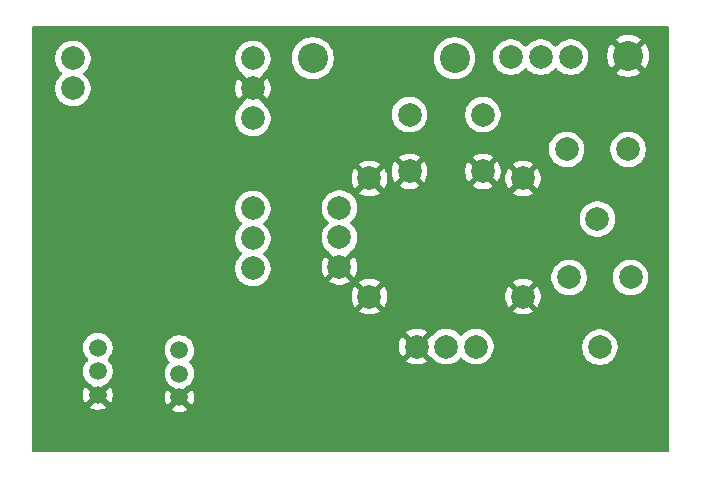
<source format=gbr>
%TF.GenerationSoftware,KiCad,Pcbnew,9.0.0*%
%TF.CreationDate,2025-03-09T11:13:04+01:00*%
%TF.ProjectId,telecommande,74656c65-636f-46d6-9d61-6e64652e6b69,rev?*%
%TF.SameCoordinates,Original*%
%TF.FileFunction,Copper,L2,Bot*%
%TF.FilePolarity,Positive*%
%FSLAX46Y46*%
G04 Gerber Fmt 4.6, Leading zero omitted, Abs format (unit mm)*
G04 Created by KiCad (PCBNEW 9.0.0) date 2025-03-09 11:13:04*
%MOMM*%
%LPD*%
G01*
G04 APERTURE LIST*
%TA.AperFunction,ComponentPad*%
%ADD10C,1.500000*%
%TD*%
%TA.AperFunction,ComponentPad*%
%ADD11C,2.540000*%
%TD*%
%TA.AperFunction,ComponentPad*%
%ADD12C,2.000000*%
%TD*%
G04 APERTURE END LIST*
D10*
%TO.P,D1,1,DIN*%
%TO.N,Net-(D1-DIN)*%
X86000000Y-102900000D03*
%TO.P,D1,2,VCC*%
%TO.N,+5V*%
X86000000Y-104900000D03*
%TO.P,D1,3,GND*%
%TO.N,GND*%
X86000000Y-106900000D03*
%TD*%
%TO.P,D2,1,DIN*%
%TO.N,Net-(D2-DIN)*%
X79100000Y-102700000D03*
%TO.P,D2,2,VCC*%
%TO.N,+5V*%
X79100000Y-104700000D03*
%TO.P,D2,3,GND*%
%TO.N,GND*%
X79100000Y-106700000D03*
%TD*%
D11*
%TO.P,J1,1,Pin_1*%
%TO.N,GND*%
X124000000Y-78000000D03*
%TD*%
D12*
%TO.P,SW1,1,A*%
%TO.N,Net-(SW1-A)*%
X114060000Y-78100000D03*
%TO.P,SW1,2,B*%
%TO.N,+BATT*%
X116600000Y-78100000D03*
%TO.P,SW1,3,C*%
X119140000Y-78100000D03*
%TD*%
%TO.P,RV2,1*%
%TO.N,unconnected-(RV2-Pad1)*%
X124000000Y-85900000D03*
%TO.P,RV2,2*%
%TO.N,+3.3V*%
X118800000Y-85900000D03*
%TO.P,RV2,3*%
%TO.N,Net-(RV2-Pad3)*%
X121400000Y-91800000D03*
%TD*%
%TO.P,RV1,1*%
%TO.N,+3.3V*%
X124200000Y-96750000D03*
%TO.P,RV1,2*%
%TO.N,unconnected-(RV1-Pad2)*%
X119000000Y-96750000D03*
%TO.P,RV1,3*%
%TO.N,Net-(RV1-Pad3)*%
X121600000Y-102650000D03*
%TD*%
%TO.P,U1,1,5V*%
%TO.N,+5V*%
X92220000Y-78210000D03*
%TO.P,U1,2,GND*%
%TO.N,GND*%
X92220000Y-80750000D03*
%TO.P,U1,3,3.3V*%
%TO.N,+3.3V*%
X92220000Y-83290000D03*
%TO.P,U1,6,GPIO2*%
%TO.N,Net-(U1-GPIO2)*%
X92220000Y-90910000D03*
%TO.P,U1,7,GPIO1*%
%TO.N,Net-(U1-GPIO1)*%
X92220000Y-93450000D03*
%TO.P,U1,8,GPIO0*%
%TO.N,Net-(U1-GPIO0)*%
X92220000Y-95990000D03*
%TO.P,U1,9,GPIO5*%
%TO.N,Net-(D1-DIN)*%
X76980000Y-78210000D03*
%TO.P,U1,10,GPIO6*%
%TO.N,Net-(D2-DIN)*%
X76980000Y-80750000D03*
%TD*%
%TO.P,U2,1*%
%TO.N,Net-(RV2-Pad3)*%
X99560000Y-90870000D03*
%TO.P,U2,2*%
%TO.N,Net-(U1-GPIO1)*%
X99560000Y-93370000D03*
%TO.P,U2,3*%
%TO.N,GND*%
X99560000Y-95870000D03*
%TO.P,U2,4*%
X106100000Y-102600000D03*
%TO.P,U2,5*%
%TO.N,Net-(U1-GPIO0)*%
X108600000Y-102600000D03*
%TO.P,U2,6*%
%TO.N,Net-(RV1-Pad3)*%
X111100000Y-102600000D03*
%TO.P,U2,7*%
%TO.N,GND*%
X111700000Y-87770000D03*
%TO.P,U2,8*%
X105500000Y-87770000D03*
%TO.P,U2,9*%
%TO.N,Net-(U1-GPIO2)*%
X111700000Y-82970000D03*
%TO.P,U2,10*%
X105500000Y-82970000D03*
%TO.P,U2,11,G1*%
%TO.N,GND*%
X102100000Y-98370000D03*
%TO.P,U2,12,G2*%
X115100000Y-98370000D03*
%TO.P,U2,13,G3*%
X102100000Y-88370000D03*
%TO.P,U2,14,G4*%
X115100000Y-88370000D03*
%TD*%
D11*
%TO.P,D3,1*%
%TO.N,Net-(SW1-A)*%
X109300000Y-78190000D03*
%TO.P,D3,2*%
%TO.N,+5V*%
X97300000Y-78190000D03*
%TD*%
%TA.AperFunction,Conductor*%
%TO.N,GND*%
G36*
X127442539Y-75520185D02*
G01*
X127488294Y-75572989D01*
X127499500Y-75624500D01*
X127499500Y-111375500D01*
X127479815Y-111442539D01*
X127427011Y-111488294D01*
X127375500Y-111499500D01*
X73624500Y-111499500D01*
X73557461Y-111479815D01*
X73511706Y-111427011D01*
X73500500Y-111375500D01*
X73500500Y-102601577D01*
X77849500Y-102601577D01*
X77849500Y-102798422D01*
X77880290Y-102992826D01*
X77941117Y-103180029D01*
X78030476Y-103355405D01*
X78146172Y-103514646D01*
X78146174Y-103514648D01*
X78243845Y-103612319D01*
X78277330Y-103673642D01*
X78272346Y-103743334D01*
X78243845Y-103787681D01*
X78146174Y-103885351D01*
X78146174Y-103885352D01*
X78146172Y-103885354D01*
X78111306Y-103933343D01*
X78030476Y-104044594D01*
X77941117Y-104219970D01*
X77880290Y-104407173D01*
X77849500Y-104601577D01*
X77849500Y-104798422D01*
X77880290Y-104992826D01*
X77941117Y-105180029D01*
X78030476Y-105355405D01*
X78146172Y-105514646D01*
X78285354Y-105653828D01*
X78369064Y-105714647D01*
X78444596Y-105769525D01*
X78514081Y-105804929D01*
X78587108Y-105842137D01*
X78618493Y-105864940D01*
X79053554Y-106300000D01*
X79047339Y-106300000D01*
X78945606Y-106327259D01*
X78854394Y-106379920D01*
X78779920Y-106454394D01*
X78727259Y-106545606D01*
X78700000Y-106647339D01*
X78700000Y-106653552D01*
X78056320Y-106009872D01*
X78056320Y-106009873D01*
X78030902Y-106044859D01*
X78030899Y-106044863D01*
X77941582Y-106220161D01*
X77880778Y-106407294D01*
X77850000Y-106601617D01*
X77850000Y-106798382D01*
X77880778Y-106992705D01*
X77941581Y-107179835D01*
X78030905Y-107355145D01*
X78056319Y-107390125D01*
X78056320Y-107390125D01*
X78700000Y-106746445D01*
X78700000Y-106752661D01*
X78727259Y-106854394D01*
X78779920Y-106945606D01*
X78854394Y-107020080D01*
X78945606Y-107072741D01*
X79047339Y-107100000D01*
X79053553Y-107100000D01*
X78409873Y-107743677D01*
X78409873Y-107743678D01*
X78444858Y-107769096D01*
X78620164Y-107858418D01*
X78807294Y-107919221D01*
X79001618Y-107950000D01*
X79198382Y-107950000D01*
X79392705Y-107919221D01*
X79579835Y-107858418D01*
X79722096Y-107785934D01*
X79722097Y-107785933D01*
X79755141Y-107769097D01*
X79790125Y-107743678D01*
X79790126Y-107743678D01*
X79146448Y-107100000D01*
X79152661Y-107100000D01*
X79254394Y-107072741D01*
X79345606Y-107020080D01*
X79420080Y-106945606D01*
X79472741Y-106854394D01*
X79500000Y-106752661D01*
X79500000Y-106746447D01*
X80143678Y-107390126D01*
X80143678Y-107390125D01*
X80169095Y-107355143D01*
X80258418Y-107179835D01*
X80319221Y-106992705D01*
X80350000Y-106798382D01*
X80350000Y-106601617D01*
X80319221Y-106407294D01*
X80258418Y-106220164D01*
X80169096Y-106044858D01*
X80143678Y-106009873D01*
X80143677Y-106009873D01*
X79500000Y-106653551D01*
X79500000Y-106647339D01*
X79472741Y-106545606D01*
X79420080Y-106454394D01*
X79345606Y-106379920D01*
X79254394Y-106327259D01*
X79152661Y-106300000D01*
X79146447Y-106300000D01*
X79581505Y-105864940D01*
X79612884Y-105842141D01*
X79755405Y-105769524D01*
X79914646Y-105653828D01*
X80053828Y-105514646D01*
X80169524Y-105355405D01*
X80258884Y-105180025D01*
X80319709Y-104992826D01*
X80350000Y-104801577D01*
X80350500Y-104798422D01*
X80350500Y-104601577D01*
X80319709Y-104407173D01*
X80291487Y-104320317D01*
X80258884Y-104219975D01*
X80258882Y-104219972D01*
X80258882Y-104219970D01*
X80197754Y-104100000D01*
X80169524Y-104044595D01*
X80053828Y-103885354D01*
X79956155Y-103787681D01*
X79922670Y-103726358D01*
X79927654Y-103656666D01*
X79956155Y-103612319D01*
X79998073Y-103570401D01*
X80053828Y-103514646D01*
X80169524Y-103355405D01*
X80258884Y-103180025D01*
X80319709Y-102992826D01*
X80326275Y-102951368D01*
X80350000Y-102801577D01*
X84749500Y-102801577D01*
X84749500Y-102998422D01*
X84780290Y-103192826D01*
X84841117Y-103380029D01*
X84929945Y-103554362D01*
X84930476Y-103555405D01*
X85046172Y-103714646D01*
X85046174Y-103714648D01*
X85143845Y-103812319D01*
X85177330Y-103873642D01*
X85172346Y-103943334D01*
X85143845Y-103987681D01*
X85046174Y-104085351D01*
X85046174Y-104085352D01*
X85046172Y-104085354D01*
X85035531Y-104100000D01*
X84930476Y-104244594D01*
X84841117Y-104419970D01*
X84780290Y-104607173D01*
X84749500Y-104801577D01*
X84749500Y-104998422D01*
X84780290Y-105192826D01*
X84841117Y-105380029D01*
X84909708Y-105514646D01*
X84930476Y-105555405D01*
X85046172Y-105714646D01*
X85185354Y-105853828D01*
X85276031Y-105919709D01*
X85344596Y-105969525D01*
X85414081Y-106004929D01*
X85487108Y-106042137D01*
X85518493Y-106064940D01*
X85953554Y-106500000D01*
X85947339Y-106500000D01*
X85845606Y-106527259D01*
X85754394Y-106579920D01*
X85679920Y-106654394D01*
X85627259Y-106745606D01*
X85600000Y-106847339D01*
X85600000Y-106853552D01*
X84956320Y-106209872D01*
X84956320Y-106209873D01*
X84930902Y-106244859D01*
X84930899Y-106244863D01*
X84841582Y-106420161D01*
X84780778Y-106607294D01*
X84750000Y-106801617D01*
X84750000Y-106998382D01*
X84780778Y-107192705D01*
X84841581Y-107379835D01*
X84930905Y-107555145D01*
X84956319Y-107590125D01*
X84956320Y-107590125D01*
X85600000Y-106946445D01*
X85600000Y-106952661D01*
X85627259Y-107054394D01*
X85679920Y-107145606D01*
X85754394Y-107220080D01*
X85845606Y-107272741D01*
X85947339Y-107300000D01*
X85953553Y-107300000D01*
X85309873Y-107943677D01*
X85309873Y-107943678D01*
X85344858Y-107969096D01*
X85520164Y-108058418D01*
X85707294Y-108119221D01*
X85901618Y-108150000D01*
X86098382Y-108150000D01*
X86292705Y-108119221D01*
X86479835Y-108058418D01*
X86655143Y-107969095D01*
X86690125Y-107943678D01*
X86690126Y-107943678D01*
X86046448Y-107300000D01*
X86052661Y-107300000D01*
X86154394Y-107272741D01*
X86245606Y-107220080D01*
X86320080Y-107145606D01*
X86372741Y-107054394D01*
X86400000Y-106952661D01*
X86400000Y-106946447D01*
X87043678Y-107590126D01*
X87043678Y-107590125D01*
X87069095Y-107555143D01*
X87158418Y-107379835D01*
X87219221Y-107192705D01*
X87250000Y-106998382D01*
X87250000Y-106801617D01*
X87219221Y-106607294D01*
X87158418Y-106420164D01*
X87069096Y-106244858D01*
X87043678Y-106209873D01*
X87043677Y-106209873D01*
X86400000Y-106853551D01*
X86400000Y-106847339D01*
X86372741Y-106745606D01*
X86320080Y-106654394D01*
X86245606Y-106579920D01*
X86154394Y-106527259D01*
X86052661Y-106500000D01*
X86046447Y-106500000D01*
X86481505Y-106064940D01*
X86512884Y-106042141D01*
X86655405Y-105969524D01*
X86814646Y-105853828D01*
X86953828Y-105714646D01*
X87069524Y-105555405D01*
X87158884Y-105380025D01*
X87219709Y-105192826D01*
X87221736Y-105180029D01*
X87250500Y-104998422D01*
X87250500Y-104801577D01*
X87219709Y-104607173D01*
X87158882Y-104419970D01*
X87069523Y-104244594D01*
X87051636Y-104219975D01*
X86953828Y-104085354D01*
X86856155Y-103987681D01*
X86852488Y-103980967D01*
X86846263Y-103976521D01*
X86835976Y-103950727D01*
X86822670Y-103926358D01*
X86823215Y-103918727D01*
X86820382Y-103911622D01*
X86825673Y-103884363D01*
X86827654Y-103856666D01*
X86832572Y-103848819D01*
X86833696Y-103843033D01*
X86851249Y-103819026D01*
X86854207Y-103814310D01*
X86855142Y-103813331D01*
X86953828Y-103714646D01*
X87069524Y-103555405D01*
X87158884Y-103380025D01*
X87219709Y-103192826D01*
X87221736Y-103180029D01*
X87250500Y-102998422D01*
X87250500Y-102801577D01*
X87226913Y-102652661D01*
X87219709Y-102607174D01*
X87219708Y-102607170D01*
X87219708Y-102607169D01*
X87189888Y-102515393D01*
X87179020Y-102481947D01*
X104600000Y-102481947D01*
X104600000Y-102718052D01*
X104636934Y-102951247D01*
X104709897Y-103175802D01*
X104817087Y-103386174D01*
X104877338Y-103469104D01*
X104877340Y-103469105D01*
X105700000Y-102646445D01*
X105700000Y-102652661D01*
X105727259Y-102754394D01*
X105779920Y-102845606D01*
X105854394Y-102920080D01*
X105945606Y-102972741D01*
X106047339Y-103000000D01*
X106053554Y-103000000D01*
X105230893Y-103822658D01*
X105313828Y-103882914D01*
X105524197Y-103990102D01*
X105748752Y-104063065D01*
X105748751Y-104063065D01*
X105981948Y-104100000D01*
X106218052Y-104100000D01*
X106451247Y-104063065D01*
X106675802Y-103990102D01*
X106886163Y-103882918D01*
X106886169Y-103882914D01*
X106969104Y-103822658D01*
X106969105Y-103822658D01*
X106146446Y-103000000D01*
X106152661Y-103000000D01*
X106254394Y-102972741D01*
X106345606Y-102920080D01*
X106420080Y-102845606D01*
X106472741Y-102754394D01*
X106500000Y-102652661D01*
X106500000Y-102646447D01*
X107329270Y-103475717D01*
X107372943Y-103484891D01*
X107414614Y-103521259D01*
X107455483Y-103577510D01*
X107622490Y-103744517D01*
X107813567Y-103883343D01*
X107869068Y-103911622D01*
X108024003Y-103990566D01*
X108024005Y-103990566D01*
X108024008Y-103990568D01*
X108144412Y-104029689D01*
X108248631Y-104063553D01*
X108481903Y-104100500D01*
X108481908Y-104100500D01*
X108718097Y-104100500D01*
X108951368Y-104063553D01*
X108952870Y-104063065D01*
X109175992Y-103990568D01*
X109386433Y-103883343D01*
X109577510Y-103744517D01*
X109744517Y-103577510D01*
X109749682Y-103570401D01*
X109805012Y-103527735D01*
X109874625Y-103521756D01*
X109936420Y-103554362D01*
X109950318Y-103570401D01*
X109955483Y-103577510D01*
X110122490Y-103744517D01*
X110313567Y-103883343D01*
X110369068Y-103911622D01*
X110524003Y-103990566D01*
X110524005Y-103990566D01*
X110524008Y-103990568D01*
X110644412Y-104029689D01*
X110748631Y-104063553D01*
X110981903Y-104100500D01*
X110981908Y-104100500D01*
X111218097Y-104100500D01*
X111451368Y-104063553D01*
X111452870Y-104063065D01*
X111675992Y-103990568D01*
X111886433Y-103883343D01*
X112077510Y-103744517D01*
X112244517Y-103577510D01*
X112383343Y-103386433D01*
X112490568Y-103175992D01*
X112563553Y-102951368D01*
X112563572Y-102951247D01*
X112600500Y-102718097D01*
X112600500Y-102531902D01*
X120099500Y-102531902D01*
X120099500Y-102768097D01*
X120136446Y-103001368D01*
X120209433Y-103225996D01*
X120314564Y-103432325D01*
X120316657Y-103436433D01*
X120455483Y-103627510D01*
X120622490Y-103794517D01*
X120813567Y-103933343D01*
X120898309Y-103976521D01*
X121024003Y-104040566D01*
X121024005Y-104040566D01*
X121024008Y-104040568D01*
X121144412Y-104079689D01*
X121248631Y-104113553D01*
X121481903Y-104150500D01*
X121481908Y-104150500D01*
X121718097Y-104150500D01*
X121951368Y-104113553D01*
X122175992Y-104040568D01*
X122386433Y-103933343D01*
X122577510Y-103794517D01*
X122744517Y-103627510D01*
X122883343Y-103436433D01*
X122990568Y-103225992D01*
X123063553Y-103001368D01*
X123076428Y-102920080D01*
X123100500Y-102768097D01*
X123100500Y-102531902D01*
X123063553Y-102298631D01*
X123029689Y-102194412D01*
X122990568Y-102074008D01*
X122990566Y-102074005D01*
X122990566Y-102074003D01*
X122883342Y-101863566D01*
X122744517Y-101672490D01*
X122577510Y-101505483D01*
X122386433Y-101366657D01*
X122175996Y-101259433D01*
X121951368Y-101186446D01*
X121718097Y-101149500D01*
X121718092Y-101149500D01*
X121481908Y-101149500D01*
X121481903Y-101149500D01*
X121248631Y-101186446D01*
X121024003Y-101259433D01*
X120813566Y-101366657D01*
X120704550Y-101445862D01*
X120622490Y-101505483D01*
X120622488Y-101505485D01*
X120622487Y-101505485D01*
X120455485Y-101672487D01*
X120455485Y-101672488D01*
X120455483Y-101672490D01*
X120419945Y-101721404D01*
X120316657Y-101863566D01*
X120209433Y-102074003D01*
X120136446Y-102298631D01*
X120099500Y-102531902D01*
X112600500Y-102531902D01*
X112600500Y-102481902D01*
X112563553Y-102248631D01*
X112529689Y-102144412D01*
X112490568Y-102024008D01*
X112490566Y-102024005D01*
X112490566Y-102024003D01*
X112408819Y-101863566D01*
X112383343Y-101813567D01*
X112244517Y-101622490D01*
X112077510Y-101455483D01*
X111886433Y-101316657D01*
X111675996Y-101209433D01*
X111451368Y-101136446D01*
X111218097Y-101099500D01*
X111218092Y-101099500D01*
X110981908Y-101099500D01*
X110981903Y-101099500D01*
X110748631Y-101136446D01*
X110524003Y-101209433D01*
X110313566Y-101316657D01*
X110244748Y-101366657D01*
X110122490Y-101455483D01*
X110122488Y-101455485D01*
X110122487Y-101455485D01*
X109955482Y-101622490D01*
X109950315Y-101629603D01*
X109894983Y-101672266D01*
X109825370Y-101678242D01*
X109763576Y-101645634D01*
X109749685Y-101629603D01*
X109744517Y-101622490D01*
X109577512Y-101455485D01*
X109577510Y-101455483D01*
X109386433Y-101316657D01*
X109175996Y-101209433D01*
X108951368Y-101136446D01*
X108718097Y-101099500D01*
X108718092Y-101099500D01*
X108481908Y-101099500D01*
X108481903Y-101099500D01*
X108248631Y-101136446D01*
X108024003Y-101209433D01*
X107813566Y-101316657D01*
X107744748Y-101366657D01*
X107622490Y-101455483D01*
X107622488Y-101455485D01*
X107622487Y-101455485D01*
X107455482Y-101622490D01*
X107414615Y-101678739D01*
X107359285Y-101721404D01*
X107327455Y-101726096D01*
X106500000Y-102553552D01*
X106500000Y-102547339D01*
X106472741Y-102445606D01*
X106420080Y-102354394D01*
X106345606Y-102279920D01*
X106254394Y-102227259D01*
X106152661Y-102200000D01*
X106146447Y-102200000D01*
X106969105Y-101377340D01*
X106969104Y-101377338D01*
X106886174Y-101317087D01*
X106675802Y-101209897D01*
X106451247Y-101136934D01*
X106451248Y-101136934D01*
X106218052Y-101100000D01*
X105981948Y-101100000D01*
X105748752Y-101136934D01*
X105524197Y-101209897D01*
X105313830Y-101317084D01*
X105230894Y-101377340D01*
X106053554Y-102200000D01*
X106047339Y-102200000D01*
X105945606Y-102227259D01*
X105854394Y-102279920D01*
X105779920Y-102354394D01*
X105727259Y-102445606D01*
X105700000Y-102547339D01*
X105700000Y-102553554D01*
X104877340Y-101730894D01*
X104817084Y-101813830D01*
X104709897Y-102024197D01*
X104636936Y-102248747D01*
X104636934Y-102248751D01*
X104600000Y-102481947D01*
X87179020Y-102481947D01*
X87158882Y-102419970D01*
X87097057Y-102298632D01*
X87069524Y-102244595D01*
X86953828Y-102085354D01*
X86814646Y-101946172D01*
X86655405Y-101830476D01*
X86480029Y-101741117D01*
X86292826Y-101680290D01*
X86098422Y-101649500D01*
X86098417Y-101649500D01*
X85901583Y-101649500D01*
X85901578Y-101649500D01*
X85707173Y-101680290D01*
X85519970Y-101741117D01*
X85344594Y-101830476D01*
X85299049Y-101863567D01*
X85185354Y-101946172D01*
X85185352Y-101946174D01*
X85185351Y-101946174D01*
X85046174Y-102085351D01*
X85046174Y-102085352D01*
X85046172Y-102085354D01*
X84996485Y-102153741D01*
X84930476Y-102244594D01*
X84841117Y-102419970D01*
X84780290Y-102607173D01*
X84749500Y-102801577D01*
X80350000Y-102801577D01*
X80350500Y-102798422D01*
X80350500Y-102601577D01*
X80319709Y-102407173D01*
X80268234Y-102248751D01*
X80258884Y-102219975D01*
X80258882Y-102219972D01*
X80258882Y-102219970D01*
X80211743Y-102127455D01*
X80169524Y-102044595D01*
X80053828Y-101885354D01*
X79914646Y-101746172D01*
X79755405Y-101630476D01*
X79753692Y-101629603D01*
X79580028Y-101541117D01*
X79392826Y-101480290D01*
X79198422Y-101449500D01*
X79198417Y-101449500D01*
X79001583Y-101449500D01*
X79001578Y-101449500D01*
X78807173Y-101480290D01*
X78619970Y-101541117D01*
X78444594Y-101630476D01*
X78386768Y-101672490D01*
X78285354Y-101746172D01*
X78285352Y-101746174D01*
X78285351Y-101746174D01*
X78146174Y-101885351D01*
X78146174Y-101885352D01*
X78146172Y-101885354D01*
X78101985Y-101946172D01*
X78030476Y-102044594D01*
X77941117Y-102219970D01*
X77880290Y-102407173D01*
X77849500Y-102601577D01*
X73500500Y-102601577D01*
X73500500Y-98251947D01*
X100600000Y-98251947D01*
X100600000Y-98488052D01*
X100636934Y-98721247D01*
X100709897Y-98945802D01*
X100817087Y-99156174D01*
X100877338Y-99239104D01*
X100877340Y-99239105D01*
X101576212Y-98540233D01*
X101587482Y-98582292D01*
X101659890Y-98707708D01*
X101762292Y-98810110D01*
X101887708Y-98882518D01*
X101929765Y-98893787D01*
X101230893Y-99592658D01*
X101313828Y-99652914D01*
X101524197Y-99760102D01*
X101748752Y-99833065D01*
X101748751Y-99833065D01*
X101981948Y-99870000D01*
X102218052Y-99870000D01*
X102451247Y-99833065D01*
X102675802Y-99760102D01*
X102886163Y-99652918D01*
X102886169Y-99652914D01*
X102969104Y-99592658D01*
X102969105Y-99592658D01*
X102270233Y-98893787D01*
X102312292Y-98882518D01*
X102437708Y-98810110D01*
X102540110Y-98707708D01*
X102612518Y-98582292D01*
X102623787Y-98540234D01*
X103322658Y-99239105D01*
X103322658Y-99239104D01*
X103382914Y-99156169D01*
X103382918Y-99156163D01*
X103490102Y-98945802D01*
X103563065Y-98721247D01*
X103600000Y-98488052D01*
X103600000Y-98251947D01*
X113600000Y-98251947D01*
X113600000Y-98488052D01*
X113636934Y-98721247D01*
X113709897Y-98945802D01*
X113817087Y-99156174D01*
X113877338Y-99239104D01*
X113877340Y-99239105D01*
X114576212Y-98540233D01*
X114587482Y-98582292D01*
X114659890Y-98707708D01*
X114762292Y-98810110D01*
X114887708Y-98882518D01*
X114929765Y-98893787D01*
X114230893Y-99592658D01*
X114313828Y-99652914D01*
X114524197Y-99760102D01*
X114748752Y-99833065D01*
X114748751Y-99833065D01*
X114981948Y-99870000D01*
X115218052Y-99870000D01*
X115451247Y-99833065D01*
X115675802Y-99760102D01*
X115886163Y-99652918D01*
X115886169Y-99652914D01*
X115969104Y-99592658D01*
X115969105Y-99592658D01*
X115270233Y-98893787D01*
X115312292Y-98882518D01*
X115437708Y-98810110D01*
X115540110Y-98707708D01*
X115612518Y-98582292D01*
X115623787Y-98540234D01*
X116322658Y-99239105D01*
X116322658Y-99239104D01*
X116382914Y-99156169D01*
X116382918Y-99156163D01*
X116490102Y-98945802D01*
X116563065Y-98721247D01*
X116600000Y-98488052D01*
X116600000Y-98251947D01*
X116563065Y-98018752D01*
X116490102Y-97794197D01*
X116382914Y-97583828D01*
X116322658Y-97500894D01*
X116322658Y-97500893D01*
X115623787Y-98199765D01*
X115612518Y-98157708D01*
X115540110Y-98032292D01*
X115437708Y-97929890D01*
X115312292Y-97857482D01*
X115270234Y-97846212D01*
X115969105Y-97147340D01*
X115969104Y-97147338D01*
X115886174Y-97087087D01*
X115675802Y-96979897D01*
X115451247Y-96906934D01*
X115451248Y-96906934D01*
X115218052Y-96870000D01*
X114981948Y-96870000D01*
X114748752Y-96906934D01*
X114524197Y-96979897D01*
X114313830Y-97087084D01*
X114230894Y-97147340D01*
X114929766Y-97846212D01*
X114887708Y-97857482D01*
X114762292Y-97929890D01*
X114659890Y-98032292D01*
X114587482Y-98157708D01*
X114576212Y-98199766D01*
X113877340Y-97500894D01*
X113817084Y-97583830D01*
X113709897Y-97794197D01*
X113636934Y-98018752D01*
X113600000Y-98251947D01*
X103600000Y-98251947D01*
X103563065Y-98018752D01*
X103490102Y-97794197D01*
X103382914Y-97583828D01*
X103322658Y-97500894D01*
X103322658Y-97500893D01*
X102623787Y-98199765D01*
X102612518Y-98157708D01*
X102540110Y-98032292D01*
X102437708Y-97929890D01*
X102312292Y-97857482D01*
X102270234Y-97846212D01*
X102969105Y-97147340D01*
X102969104Y-97147339D01*
X102886174Y-97087087D01*
X102675802Y-96979897D01*
X102451247Y-96906934D01*
X102451248Y-96906934D01*
X102218052Y-96870000D01*
X101981948Y-96870000D01*
X101748752Y-96906934D01*
X101524197Y-96979897D01*
X101313830Y-97087084D01*
X101230894Y-97147340D01*
X101929766Y-97846212D01*
X101887708Y-97857482D01*
X101762292Y-97929890D01*
X101659890Y-98032292D01*
X101587482Y-98157708D01*
X101576212Y-98199766D01*
X100877340Y-97500894D01*
X100817084Y-97583830D01*
X100709897Y-97794197D01*
X100636934Y-98018752D01*
X100600000Y-98251947D01*
X73500500Y-98251947D01*
X73500500Y-90791902D01*
X90719500Y-90791902D01*
X90719500Y-91028097D01*
X90756446Y-91261368D01*
X90829433Y-91485996D01*
X90898090Y-91620741D01*
X90936657Y-91696433D01*
X91075483Y-91887510D01*
X91242490Y-92054517D01*
X91277127Y-92079683D01*
X91319792Y-92135013D01*
X91325771Y-92204626D01*
X91293165Y-92266421D01*
X91277130Y-92280315D01*
X91259365Y-92293222D01*
X91242488Y-92305484D01*
X91075485Y-92472487D01*
X91075485Y-92472488D01*
X91075483Y-92472490D01*
X91015862Y-92554550D01*
X90936657Y-92663566D01*
X90829433Y-92874003D01*
X90756446Y-93098631D01*
X90719500Y-93331902D01*
X90719500Y-93568097D01*
X90756446Y-93801368D01*
X90829433Y-94025996D01*
X90895895Y-94156433D01*
X90936657Y-94236433D01*
X91075483Y-94427510D01*
X91242490Y-94594517D01*
X91277127Y-94619683D01*
X91319792Y-94675013D01*
X91325771Y-94744626D01*
X91293165Y-94806421D01*
X91277130Y-94820315D01*
X91259365Y-94833222D01*
X91242488Y-94845484D01*
X91075485Y-95012487D01*
X91075485Y-95012488D01*
X91075483Y-95012490D01*
X91023653Y-95083828D01*
X90936657Y-95203566D01*
X90829433Y-95414003D01*
X90756446Y-95638631D01*
X90719500Y-95871902D01*
X90719500Y-96108097D01*
X90756446Y-96341368D01*
X90829433Y-96565996D01*
X90917637Y-96739104D01*
X90936657Y-96776433D01*
X91075483Y-96967510D01*
X91242490Y-97134517D01*
X91433567Y-97273343D01*
X91532991Y-97324002D01*
X91644003Y-97380566D01*
X91644005Y-97380566D01*
X91644008Y-97380568D01*
X91764412Y-97419689D01*
X91868631Y-97453553D01*
X92101903Y-97490500D01*
X92101908Y-97490500D01*
X92338097Y-97490500D01*
X92571368Y-97453553D01*
X92795992Y-97380568D01*
X93006433Y-97273343D01*
X93197510Y-97134517D01*
X93364517Y-96967510D01*
X93503343Y-96776433D01*
X93610568Y-96565992D01*
X93683553Y-96341368D01*
X93720500Y-96108097D01*
X93720500Y-95871903D01*
X93703801Y-95766474D01*
X93703801Y-95766473D01*
X93695744Y-95715606D01*
X93683553Y-95638632D01*
X93610568Y-95414008D01*
X93610566Y-95414005D01*
X93610566Y-95414003D01*
X93503342Y-95203566D01*
X93364517Y-95012490D01*
X93197510Y-94845483D01*
X93162872Y-94820317D01*
X93120207Y-94764989D01*
X93114228Y-94695375D01*
X93146833Y-94633580D01*
X93162873Y-94619682D01*
X93197510Y-94594517D01*
X93364517Y-94427510D01*
X93503343Y-94236433D01*
X93610568Y-94025992D01*
X93683553Y-93801368D01*
X93696224Y-93721368D01*
X93720500Y-93568097D01*
X93720500Y-93331902D01*
X93683553Y-93098631D01*
X93610566Y-92874003D01*
X93503342Y-92663566D01*
X93364517Y-92472490D01*
X93197510Y-92305483D01*
X93162872Y-92280317D01*
X93120207Y-92224989D01*
X93114228Y-92155375D01*
X93146833Y-92093580D01*
X93162873Y-92079682D01*
X93169294Y-92075017D01*
X93197510Y-92054517D01*
X93364517Y-91887510D01*
X93503343Y-91696433D01*
X93610568Y-91485992D01*
X93683553Y-91261368D01*
X93689888Y-91221368D01*
X93720500Y-91028097D01*
X93720500Y-90791903D01*
X93716466Y-90766435D01*
X93716466Y-90766434D01*
X93714164Y-90751902D01*
X98059500Y-90751902D01*
X98059500Y-90988097D01*
X98096446Y-91221368D01*
X98169433Y-91445996D01*
X98258471Y-91620741D01*
X98276657Y-91656433D01*
X98415483Y-91847510D01*
X98415485Y-91847512D01*
X98582490Y-92014517D01*
X98589603Y-92019685D01*
X98632266Y-92075017D01*
X98638242Y-92144630D01*
X98605634Y-92206424D01*
X98589603Y-92220315D01*
X98582490Y-92225482D01*
X98415485Y-92392487D01*
X98415485Y-92392488D01*
X98415483Y-92392490D01*
X98357362Y-92472487D01*
X98276657Y-92583566D01*
X98169433Y-92794003D01*
X98096446Y-93018631D01*
X98059500Y-93251902D01*
X98059500Y-93488097D01*
X98096446Y-93721368D01*
X98169433Y-93945996D01*
X98276657Y-94156433D01*
X98415483Y-94347510D01*
X98582490Y-94514517D01*
X98638739Y-94555384D01*
X98681403Y-94610713D01*
X98686095Y-94642542D01*
X99513554Y-95470000D01*
X99507339Y-95470000D01*
X99405606Y-95497259D01*
X99314394Y-95549920D01*
X99239920Y-95624394D01*
X99187259Y-95715606D01*
X99160000Y-95817339D01*
X99160000Y-95823554D01*
X98337340Y-95000894D01*
X98277084Y-95083830D01*
X98169897Y-95294197D01*
X98096934Y-95518752D01*
X98060000Y-95751947D01*
X98060000Y-95988052D01*
X98096934Y-96221247D01*
X98169897Y-96445802D01*
X98277087Y-96656174D01*
X98337338Y-96739104D01*
X98337340Y-96739105D01*
X99160000Y-95916445D01*
X99160000Y-95922661D01*
X99187259Y-96024394D01*
X99239920Y-96115606D01*
X99314394Y-96190080D01*
X99405606Y-96242741D01*
X99507339Y-96270000D01*
X99513554Y-96270000D01*
X98690893Y-97092658D01*
X98773828Y-97152914D01*
X98984197Y-97260102D01*
X99208752Y-97333065D01*
X99208751Y-97333065D01*
X99441948Y-97370000D01*
X99678052Y-97370000D01*
X99911247Y-97333065D01*
X100135802Y-97260102D01*
X100346163Y-97152918D01*
X100346169Y-97152914D01*
X100426872Y-97094281D01*
X100429104Y-97092658D01*
X100429105Y-97092658D01*
X99606446Y-96270000D01*
X99612661Y-96270000D01*
X99714394Y-96242741D01*
X99805606Y-96190080D01*
X99880080Y-96115606D01*
X99932741Y-96024394D01*
X99960000Y-95922661D01*
X99960000Y-95916447D01*
X100782658Y-96739105D01*
X100782658Y-96739104D01*
X100842914Y-96656169D01*
X100842918Y-96656163D01*
X100855280Y-96631902D01*
X117499500Y-96631902D01*
X117499500Y-96868097D01*
X117536446Y-97101368D01*
X117609433Y-97325996D01*
X117693253Y-97490500D01*
X117716657Y-97536433D01*
X117855483Y-97727510D01*
X118022490Y-97894517D01*
X118213567Y-98033343D01*
X118312991Y-98084002D01*
X118424003Y-98140566D01*
X118424005Y-98140566D01*
X118424008Y-98140568D01*
X118544412Y-98179689D01*
X118648631Y-98213553D01*
X118881903Y-98250500D01*
X118881908Y-98250500D01*
X119118097Y-98250500D01*
X119351368Y-98213553D01*
X119575992Y-98140568D01*
X119786433Y-98033343D01*
X119977510Y-97894517D01*
X120144517Y-97727510D01*
X120283343Y-97536433D01*
X120390568Y-97325992D01*
X120463553Y-97101368D01*
X120484754Y-96967510D01*
X120500500Y-96868097D01*
X120500500Y-96631902D01*
X122699500Y-96631902D01*
X122699500Y-96868097D01*
X122736446Y-97101368D01*
X122809433Y-97325996D01*
X122893253Y-97490500D01*
X122916657Y-97536433D01*
X123055483Y-97727510D01*
X123222490Y-97894517D01*
X123413567Y-98033343D01*
X123512991Y-98084002D01*
X123624003Y-98140566D01*
X123624005Y-98140566D01*
X123624008Y-98140568D01*
X123744412Y-98179689D01*
X123848631Y-98213553D01*
X124081903Y-98250500D01*
X124081908Y-98250500D01*
X124318097Y-98250500D01*
X124551368Y-98213553D01*
X124775992Y-98140568D01*
X124986433Y-98033343D01*
X125177510Y-97894517D01*
X125344517Y-97727510D01*
X125483343Y-97536433D01*
X125590568Y-97325992D01*
X125663553Y-97101368D01*
X125684754Y-96967510D01*
X125700500Y-96868097D01*
X125700500Y-96631902D01*
X125663553Y-96398631D01*
X125612901Y-96242741D01*
X125590568Y-96174008D01*
X125590566Y-96174005D01*
X125590566Y-96174003D01*
X125514336Y-96024394D01*
X125483343Y-95963567D01*
X125344517Y-95772490D01*
X125177510Y-95605483D01*
X124986433Y-95466657D01*
X124775996Y-95359433D01*
X124551368Y-95286446D01*
X124318097Y-95249500D01*
X124318092Y-95249500D01*
X124081908Y-95249500D01*
X124081903Y-95249500D01*
X123848631Y-95286446D01*
X123624003Y-95359433D01*
X123413566Y-95466657D01*
X123304550Y-95545862D01*
X123222490Y-95605483D01*
X123222488Y-95605485D01*
X123222487Y-95605485D01*
X123055485Y-95772487D01*
X123055485Y-95772488D01*
X123055483Y-95772490D01*
X123022898Y-95817339D01*
X122916657Y-95963566D01*
X122809433Y-96174003D01*
X122736446Y-96398631D01*
X122699500Y-96631902D01*
X120500500Y-96631902D01*
X120463553Y-96398631D01*
X120412901Y-96242741D01*
X120390568Y-96174008D01*
X120390566Y-96174005D01*
X120390566Y-96174003D01*
X120314336Y-96024394D01*
X120283343Y-95963567D01*
X120144517Y-95772490D01*
X119977510Y-95605483D01*
X119786433Y-95466657D01*
X119575996Y-95359433D01*
X119351368Y-95286446D01*
X119118097Y-95249500D01*
X119118092Y-95249500D01*
X118881908Y-95249500D01*
X118881903Y-95249500D01*
X118648631Y-95286446D01*
X118424003Y-95359433D01*
X118213566Y-95466657D01*
X118104550Y-95545862D01*
X118022490Y-95605483D01*
X118022488Y-95605485D01*
X118022487Y-95605485D01*
X117855485Y-95772487D01*
X117855485Y-95772488D01*
X117855483Y-95772490D01*
X117822898Y-95817339D01*
X117716657Y-95963566D01*
X117609433Y-96174003D01*
X117536446Y-96398631D01*
X117499500Y-96631902D01*
X100855280Y-96631902D01*
X100886444Y-96570741D01*
X100950102Y-96445802D01*
X101023065Y-96221247D01*
X101060000Y-95988052D01*
X101060000Y-95751947D01*
X101023065Y-95518752D01*
X100950102Y-95294197D01*
X100842914Y-95083828D01*
X100782658Y-95000894D01*
X100782658Y-95000893D01*
X99960000Y-95823552D01*
X99960000Y-95817339D01*
X99932741Y-95715606D01*
X99880080Y-95624394D01*
X99805606Y-95549920D01*
X99714394Y-95497259D01*
X99612661Y-95470000D01*
X99606447Y-95470000D01*
X100435716Y-94640729D01*
X100444891Y-94597054D01*
X100481257Y-94555386D01*
X100537510Y-94514517D01*
X100704517Y-94347510D01*
X100843343Y-94156433D01*
X100950568Y-93945992D01*
X101023553Y-93721368D01*
X101047829Y-93568097D01*
X101060500Y-93488097D01*
X101060500Y-93251902D01*
X101023553Y-93018631D01*
X100950566Y-92794003D01*
X100884105Y-92663567D01*
X100843343Y-92583567D01*
X100704517Y-92392490D01*
X100537510Y-92225483D01*
X100530401Y-92220318D01*
X100487735Y-92164988D01*
X100481756Y-92095375D01*
X100514362Y-92033580D01*
X100530401Y-92019682D01*
X100530500Y-92019609D01*
X100537510Y-92014517D01*
X100704517Y-91847510D01*
X100824839Y-91681902D01*
X119899500Y-91681902D01*
X119899500Y-91918097D01*
X119936446Y-92151368D01*
X120009433Y-92375996D01*
X120058599Y-92472488D01*
X120116657Y-92586433D01*
X120255483Y-92777510D01*
X120422490Y-92944517D01*
X120613567Y-93083343D01*
X120712991Y-93134002D01*
X120824003Y-93190566D01*
X120824005Y-93190566D01*
X120824008Y-93190568D01*
X120944412Y-93229689D01*
X121048631Y-93263553D01*
X121281903Y-93300500D01*
X121281908Y-93300500D01*
X121518097Y-93300500D01*
X121751368Y-93263553D01*
X121975992Y-93190568D01*
X122186433Y-93083343D01*
X122377510Y-92944517D01*
X122544517Y-92777510D01*
X122683343Y-92586433D01*
X122790568Y-92375992D01*
X122863553Y-92151368D01*
X122868521Y-92120000D01*
X122900500Y-91918097D01*
X122900500Y-91681902D01*
X122863553Y-91448631D01*
X122790566Y-91224003D01*
X122690746Y-91028097D01*
X122683343Y-91013567D01*
X122544517Y-90822490D01*
X122377510Y-90655483D01*
X122186433Y-90516657D01*
X121975996Y-90409433D01*
X121751368Y-90336446D01*
X121518097Y-90299500D01*
X121518092Y-90299500D01*
X121281908Y-90299500D01*
X121281903Y-90299500D01*
X121048631Y-90336446D01*
X120824003Y-90409433D01*
X120613566Y-90516657D01*
X120504550Y-90595862D01*
X120422490Y-90655483D01*
X120422488Y-90655485D01*
X120422487Y-90655485D01*
X120255485Y-90822487D01*
X120255485Y-90822488D01*
X120255483Y-90822490D01*
X120195862Y-90904550D01*
X120116657Y-91013566D01*
X120009433Y-91224003D01*
X119936446Y-91448631D01*
X119899500Y-91681902D01*
X100824839Y-91681902D01*
X100843343Y-91656433D01*
X100950568Y-91445992D01*
X101023553Y-91221368D01*
X101060500Y-90988097D01*
X101060500Y-90751902D01*
X101023553Y-90518631D01*
X100950566Y-90294003D01*
X100843342Y-90083566D01*
X100704517Y-89892490D01*
X100537510Y-89725483D01*
X100346433Y-89586657D01*
X100135996Y-89479433D01*
X99911368Y-89406446D01*
X99678097Y-89369500D01*
X99678092Y-89369500D01*
X99441908Y-89369500D01*
X99441903Y-89369500D01*
X99208631Y-89406446D01*
X98984003Y-89479433D01*
X98773566Y-89586657D01*
X98692278Y-89645717D01*
X98582490Y-89725483D01*
X98582488Y-89725485D01*
X98582487Y-89725485D01*
X98415485Y-89892487D01*
X98415485Y-89892488D01*
X98415483Y-89892490D01*
X98386423Y-89932488D01*
X98276657Y-90083566D01*
X98169433Y-90294003D01*
X98096446Y-90518631D01*
X98059500Y-90751902D01*
X93714164Y-90751902D01*
X93683553Y-90558631D01*
X93610566Y-90334003D01*
X93503342Y-90123566D01*
X93474280Y-90083566D01*
X93364517Y-89932490D01*
X93197510Y-89765483D01*
X93006433Y-89626657D01*
X92795996Y-89519433D01*
X92571368Y-89446446D01*
X92338097Y-89409500D01*
X92338092Y-89409500D01*
X92101908Y-89409500D01*
X92101903Y-89409500D01*
X91868631Y-89446446D01*
X91644003Y-89519433D01*
X91433566Y-89626657D01*
X91324550Y-89705862D01*
X91242490Y-89765483D01*
X91242488Y-89765485D01*
X91242487Y-89765485D01*
X91075485Y-89932487D01*
X91075485Y-89932488D01*
X91075483Y-89932490D01*
X91015862Y-90014550D01*
X90936657Y-90123566D01*
X90829433Y-90334003D01*
X90756446Y-90558631D01*
X90719500Y-90791902D01*
X73500500Y-90791902D01*
X73500500Y-88251947D01*
X100600000Y-88251947D01*
X100600000Y-88488052D01*
X100636934Y-88721247D01*
X100709897Y-88945802D01*
X100817087Y-89156174D01*
X100877338Y-89239104D01*
X100877340Y-89239105D01*
X101576212Y-88540233D01*
X101587482Y-88582292D01*
X101659890Y-88707708D01*
X101762292Y-88810110D01*
X101887708Y-88882518D01*
X101929765Y-88893787D01*
X101230893Y-89592658D01*
X101313828Y-89652914D01*
X101524197Y-89760102D01*
X101748752Y-89833065D01*
X101748751Y-89833065D01*
X101981948Y-89870000D01*
X102218052Y-89870000D01*
X102451247Y-89833065D01*
X102675802Y-89760102D01*
X102886163Y-89652918D01*
X102886169Y-89652914D01*
X102969104Y-89592658D01*
X102969105Y-89592658D01*
X102270233Y-88893787D01*
X102312292Y-88882518D01*
X102437708Y-88810110D01*
X102540110Y-88707708D01*
X102612518Y-88582292D01*
X102623787Y-88540234D01*
X103322658Y-89239105D01*
X103322658Y-89239104D01*
X103382914Y-89156169D01*
X103382918Y-89156163D01*
X103490102Y-88945802D01*
X103502684Y-88907081D01*
X103502684Y-88907080D01*
X103563065Y-88721245D01*
X103600000Y-88488052D01*
X103600000Y-88251947D01*
X103563065Y-88018752D01*
X103490102Y-87794197D01*
X103443824Y-87703370D01*
X103417623Y-87651947D01*
X104000000Y-87651947D01*
X104000000Y-87888052D01*
X104036934Y-88121247D01*
X104109897Y-88345802D01*
X104217087Y-88556174D01*
X104277338Y-88639104D01*
X104277340Y-88639105D01*
X105100000Y-87816445D01*
X105100000Y-87822661D01*
X105127259Y-87924394D01*
X105179920Y-88015606D01*
X105254394Y-88090080D01*
X105345606Y-88142741D01*
X105447339Y-88170000D01*
X105453554Y-88170000D01*
X104630893Y-88992658D01*
X104713828Y-89052914D01*
X104924197Y-89160102D01*
X105148752Y-89233065D01*
X105148751Y-89233065D01*
X105381948Y-89270000D01*
X105618052Y-89270000D01*
X105851247Y-89233065D01*
X106075802Y-89160102D01*
X106286163Y-89052918D01*
X106286169Y-89052914D01*
X106369104Y-88992658D01*
X106369105Y-88992658D01*
X105546446Y-88170000D01*
X105552661Y-88170000D01*
X105654394Y-88142741D01*
X105745606Y-88090080D01*
X105820080Y-88015606D01*
X105872741Y-87924394D01*
X105900000Y-87822661D01*
X105900000Y-87816447D01*
X106722658Y-88639105D01*
X106722658Y-88639104D01*
X106782914Y-88556169D01*
X106782918Y-88556163D01*
X106890102Y-88345802D01*
X106963065Y-88121247D01*
X107000000Y-87888052D01*
X107000000Y-87651947D01*
X110200000Y-87651947D01*
X110200000Y-87888052D01*
X110236934Y-88121247D01*
X110309897Y-88345802D01*
X110417087Y-88556174D01*
X110477338Y-88639104D01*
X110477340Y-88639105D01*
X111300000Y-87816445D01*
X111300000Y-87822661D01*
X111327259Y-87924394D01*
X111379920Y-88015606D01*
X111454394Y-88090080D01*
X111545606Y-88142741D01*
X111647339Y-88170000D01*
X111653554Y-88170000D01*
X110830893Y-88992658D01*
X110913828Y-89052914D01*
X111124197Y-89160102D01*
X111348752Y-89233065D01*
X111348751Y-89233065D01*
X111581948Y-89270000D01*
X111818052Y-89270000D01*
X112051247Y-89233065D01*
X112275802Y-89160102D01*
X112486163Y-89052918D01*
X112486169Y-89052914D01*
X112569104Y-88992658D01*
X112569105Y-88992658D01*
X111746446Y-88170000D01*
X111752661Y-88170000D01*
X111854394Y-88142741D01*
X111945606Y-88090080D01*
X112020080Y-88015606D01*
X112072741Y-87924394D01*
X112100000Y-87822661D01*
X112100000Y-87816446D01*
X112922658Y-88639105D01*
X112922658Y-88639104D01*
X112982914Y-88556169D01*
X112982918Y-88556163D01*
X113090102Y-88345802D01*
X113120598Y-88251947D01*
X113600000Y-88251947D01*
X113600000Y-88488052D01*
X113636934Y-88721247D01*
X113709897Y-88945802D01*
X113817087Y-89156174D01*
X113877338Y-89239104D01*
X113877340Y-89239105D01*
X114576212Y-88540233D01*
X114587482Y-88582292D01*
X114659890Y-88707708D01*
X114762292Y-88810110D01*
X114887708Y-88882518D01*
X114929765Y-88893787D01*
X114230893Y-89592658D01*
X114313828Y-89652914D01*
X114524197Y-89760102D01*
X114748752Y-89833065D01*
X114748751Y-89833065D01*
X114981948Y-89870000D01*
X115218052Y-89870000D01*
X115451247Y-89833065D01*
X115675802Y-89760102D01*
X115886163Y-89652918D01*
X115886169Y-89652914D01*
X115969104Y-89592658D01*
X115969105Y-89592658D01*
X115270233Y-88893787D01*
X115312292Y-88882518D01*
X115437708Y-88810110D01*
X115540110Y-88707708D01*
X115612518Y-88582292D01*
X115623787Y-88540234D01*
X116322658Y-89239105D01*
X116322658Y-89239104D01*
X116382914Y-89156169D01*
X116382918Y-89156163D01*
X116490102Y-88945802D01*
X116563065Y-88721247D01*
X116600000Y-88488052D01*
X116600000Y-88251947D01*
X116563065Y-88018752D01*
X116490102Y-87794197D01*
X116382914Y-87583828D01*
X116322658Y-87500894D01*
X116322658Y-87500893D01*
X115623787Y-88199765D01*
X115612518Y-88157708D01*
X115540110Y-88032292D01*
X115437708Y-87929890D01*
X115312292Y-87857482D01*
X115270234Y-87846212D01*
X115969105Y-87147340D01*
X115969104Y-87147338D01*
X115886174Y-87087087D01*
X115675802Y-86979897D01*
X115451247Y-86906934D01*
X115451248Y-86906934D01*
X115218052Y-86870000D01*
X114981948Y-86870000D01*
X114748752Y-86906934D01*
X114524197Y-86979897D01*
X114313830Y-87087084D01*
X114230894Y-87147340D01*
X114929766Y-87846212D01*
X114887708Y-87857482D01*
X114762292Y-87929890D01*
X114659890Y-88032292D01*
X114587482Y-88157708D01*
X114576212Y-88199766D01*
X113877340Y-87500894D01*
X113817084Y-87583830D01*
X113709897Y-87794197D01*
X113636934Y-88018752D01*
X113600000Y-88251947D01*
X113120598Y-88251947D01*
X113134632Y-88208757D01*
X113163065Y-88121247D01*
X113200000Y-87888052D01*
X113200000Y-87651947D01*
X113163065Y-87418751D01*
X113102684Y-87232917D01*
X113090102Y-87194195D01*
X112982914Y-86983828D01*
X112922658Y-86900894D01*
X112922658Y-86900893D01*
X112100000Y-87723552D01*
X112100000Y-87717339D01*
X112072741Y-87615606D01*
X112020080Y-87524394D01*
X111945606Y-87449920D01*
X111854394Y-87397259D01*
X111752661Y-87370000D01*
X111746447Y-87370000D01*
X112569105Y-86547340D01*
X112569104Y-86547338D01*
X112486174Y-86487087D01*
X112275802Y-86379897D01*
X112051247Y-86306934D01*
X112051248Y-86306934D01*
X111818052Y-86270000D01*
X111581948Y-86270000D01*
X111348752Y-86306934D01*
X111124197Y-86379897D01*
X110913830Y-86487084D01*
X110830894Y-86547340D01*
X111653554Y-87370000D01*
X111647339Y-87370000D01*
X111545606Y-87397259D01*
X111454394Y-87449920D01*
X111379920Y-87524394D01*
X111327259Y-87615606D01*
X111300000Y-87717339D01*
X111300000Y-87723554D01*
X110477340Y-86900894D01*
X110417084Y-86983830D01*
X110309897Y-87194197D01*
X110236934Y-87418752D01*
X110200000Y-87651947D01*
X107000000Y-87651947D01*
X106963065Y-87418752D01*
X106890102Y-87194197D01*
X106782914Y-86983828D01*
X106722658Y-86900894D01*
X106722658Y-86900893D01*
X105900000Y-87723552D01*
X105900000Y-87717339D01*
X105872741Y-87615606D01*
X105820080Y-87524394D01*
X105745606Y-87449920D01*
X105654394Y-87397259D01*
X105552661Y-87370000D01*
X105546447Y-87370000D01*
X106369105Y-86547340D01*
X106369104Y-86547339D01*
X106286174Y-86487087D01*
X106075802Y-86379897D01*
X105851247Y-86306934D01*
X105851248Y-86306934D01*
X105618052Y-86270000D01*
X105381948Y-86270000D01*
X105148752Y-86306934D01*
X104924197Y-86379897D01*
X104713830Y-86487084D01*
X104630894Y-86547340D01*
X105453554Y-87370000D01*
X105447339Y-87370000D01*
X105345606Y-87397259D01*
X105254394Y-87449920D01*
X105179920Y-87524394D01*
X105127259Y-87615606D01*
X105100000Y-87717339D01*
X105100000Y-87723554D01*
X104277340Y-86900894D01*
X104217084Y-86983830D01*
X104109897Y-87194197D01*
X104036934Y-87418752D01*
X104000000Y-87651947D01*
X103417623Y-87651947D01*
X103382914Y-87583828D01*
X103322658Y-87500894D01*
X103322658Y-87500893D01*
X102623787Y-88199765D01*
X102612518Y-88157708D01*
X102540110Y-88032292D01*
X102437708Y-87929890D01*
X102312292Y-87857482D01*
X102270234Y-87846212D01*
X102969105Y-87147340D01*
X102969104Y-87147338D01*
X102886174Y-87087087D01*
X102675802Y-86979897D01*
X102451247Y-86906934D01*
X102451248Y-86906934D01*
X102218052Y-86870000D01*
X101981948Y-86870000D01*
X101748752Y-86906934D01*
X101524197Y-86979897D01*
X101313830Y-87087084D01*
X101230894Y-87147340D01*
X101929766Y-87846212D01*
X101887708Y-87857482D01*
X101762292Y-87929890D01*
X101659890Y-88032292D01*
X101587482Y-88157708D01*
X101576212Y-88199766D01*
X100877340Y-87500894D01*
X100817084Y-87583830D01*
X100709897Y-87794197D01*
X100636934Y-88018752D01*
X100600000Y-88251947D01*
X73500500Y-88251947D01*
X73500500Y-85781902D01*
X117299500Y-85781902D01*
X117299500Y-86018097D01*
X117336446Y-86251368D01*
X117409433Y-86475996D01*
X117516657Y-86686433D01*
X117655483Y-86877510D01*
X117822490Y-87044517D01*
X118013567Y-87183343D01*
X118112991Y-87234002D01*
X118224003Y-87290566D01*
X118224005Y-87290566D01*
X118224008Y-87290568D01*
X118344412Y-87329689D01*
X118448631Y-87363553D01*
X118681903Y-87400500D01*
X118681908Y-87400500D01*
X118918097Y-87400500D01*
X119151368Y-87363553D01*
X119375992Y-87290568D01*
X119586433Y-87183343D01*
X119777510Y-87044517D01*
X119944517Y-86877510D01*
X120083343Y-86686433D01*
X120190568Y-86475992D01*
X120263553Y-86251368D01*
X120300500Y-86018097D01*
X120300500Y-85781902D01*
X122499500Y-85781902D01*
X122499500Y-86018097D01*
X122536446Y-86251368D01*
X122609433Y-86475996D01*
X122716657Y-86686433D01*
X122855483Y-86877510D01*
X123022490Y-87044517D01*
X123213567Y-87183343D01*
X123312991Y-87234002D01*
X123424003Y-87290566D01*
X123424005Y-87290566D01*
X123424008Y-87290568D01*
X123544412Y-87329689D01*
X123648631Y-87363553D01*
X123881903Y-87400500D01*
X123881908Y-87400500D01*
X124118097Y-87400500D01*
X124351368Y-87363553D01*
X124575992Y-87290568D01*
X124786433Y-87183343D01*
X124977510Y-87044517D01*
X125144517Y-86877510D01*
X125283343Y-86686433D01*
X125390568Y-86475992D01*
X125463553Y-86251368D01*
X125500500Y-86018097D01*
X125500500Y-85781902D01*
X125463553Y-85548631D01*
X125390566Y-85324003D01*
X125283342Y-85113566D01*
X125144517Y-84922490D01*
X124977510Y-84755483D01*
X124786433Y-84616657D01*
X124575996Y-84509433D01*
X124351368Y-84436446D01*
X124118097Y-84399500D01*
X124118092Y-84399500D01*
X123881908Y-84399500D01*
X123881903Y-84399500D01*
X123648631Y-84436446D01*
X123424003Y-84509433D01*
X123213566Y-84616657D01*
X123125604Y-84680566D01*
X123022490Y-84755483D01*
X123022488Y-84755485D01*
X123022487Y-84755485D01*
X122855485Y-84922487D01*
X122855485Y-84922488D01*
X122855483Y-84922490D01*
X122795862Y-85004550D01*
X122716657Y-85113566D01*
X122609433Y-85324003D01*
X122536446Y-85548631D01*
X122499500Y-85781902D01*
X120300500Y-85781902D01*
X120263553Y-85548631D01*
X120190566Y-85324003D01*
X120083342Y-85113566D01*
X119944517Y-84922490D01*
X119777510Y-84755483D01*
X119586433Y-84616657D01*
X119375996Y-84509433D01*
X119151368Y-84436446D01*
X118918097Y-84399500D01*
X118918092Y-84399500D01*
X118681908Y-84399500D01*
X118681903Y-84399500D01*
X118448631Y-84436446D01*
X118224003Y-84509433D01*
X118013566Y-84616657D01*
X117925604Y-84680566D01*
X117822490Y-84755483D01*
X117822488Y-84755485D01*
X117822487Y-84755485D01*
X117655485Y-84922487D01*
X117655485Y-84922488D01*
X117655483Y-84922490D01*
X117595862Y-85004550D01*
X117516657Y-85113566D01*
X117409433Y-85324003D01*
X117336446Y-85548631D01*
X117299500Y-85781902D01*
X73500500Y-85781902D01*
X73500500Y-78091902D01*
X75479500Y-78091902D01*
X75479500Y-78328097D01*
X75516446Y-78561368D01*
X75589433Y-78785996D01*
X75685606Y-78974745D01*
X75696657Y-78996433D01*
X75835483Y-79187510D01*
X76002490Y-79354517D01*
X76037127Y-79379683D01*
X76079792Y-79435013D01*
X76085771Y-79504626D01*
X76053165Y-79566421D01*
X76037130Y-79580315D01*
X76022607Y-79590867D01*
X76002488Y-79605484D01*
X75835485Y-79772487D01*
X75835485Y-79772488D01*
X75835483Y-79772490D01*
X75775862Y-79854550D01*
X75696657Y-79963566D01*
X75589433Y-80174003D01*
X75516446Y-80398631D01*
X75479500Y-80631902D01*
X75479500Y-80868097D01*
X75516446Y-81101368D01*
X75589433Y-81325996D01*
X75662553Y-81469500D01*
X75696657Y-81536433D01*
X75835483Y-81727510D01*
X76002490Y-81894517D01*
X76193567Y-82033343D01*
X76247421Y-82060783D01*
X76404003Y-82140566D01*
X76404005Y-82140566D01*
X76404008Y-82140568D01*
X76524412Y-82179689D01*
X76628631Y-82213553D01*
X76861903Y-82250500D01*
X76861908Y-82250500D01*
X77098097Y-82250500D01*
X77331368Y-82213553D01*
X77555992Y-82140568D01*
X77766433Y-82033343D01*
X77957510Y-81894517D01*
X78124517Y-81727510D01*
X78263343Y-81536433D01*
X78370568Y-81325992D01*
X78443553Y-81101368D01*
X78443572Y-81101247D01*
X78480500Y-80868097D01*
X78480500Y-80631902D01*
X78443553Y-80398631D01*
X78370566Y-80174003D01*
X78263477Y-79963830D01*
X78263343Y-79963567D01*
X78124517Y-79772490D01*
X77957510Y-79605483D01*
X77922872Y-79580317D01*
X77880207Y-79524989D01*
X77874228Y-79455375D01*
X77906833Y-79393580D01*
X77922873Y-79379682D01*
X77957510Y-79354517D01*
X78124517Y-79187510D01*
X78263343Y-78996433D01*
X78370568Y-78785992D01*
X78443553Y-78561368D01*
X78447547Y-78536149D01*
X78480500Y-78328097D01*
X78480500Y-78091902D01*
X90719500Y-78091902D01*
X90719500Y-78328097D01*
X90756446Y-78561368D01*
X90829433Y-78785996D01*
X90925606Y-78974745D01*
X90936657Y-78996433D01*
X91075483Y-79187510D01*
X91242490Y-79354517D01*
X91301716Y-79397547D01*
X91344381Y-79452875D01*
X91352448Y-79507593D01*
X91350893Y-79527340D01*
X92173554Y-80350000D01*
X92167339Y-80350000D01*
X92065606Y-80377259D01*
X91974394Y-80429920D01*
X91899920Y-80504394D01*
X91847259Y-80595606D01*
X91820000Y-80697339D01*
X91820000Y-80703554D01*
X90997340Y-79880894D01*
X90937084Y-79963830D01*
X90829897Y-80174197D01*
X90756934Y-80398752D01*
X90720000Y-80631947D01*
X90720000Y-80868052D01*
X90756934Y-81101247D01*
X90829897Y-81325802D01*
X90937087Y-81536174D01*
X90997338Y-81619104D01*
X90997340Y-81619105D01*
X91820000Y-80796445D01*
X91820000Y-80802661D01*
X91847259Y-80904394D01*
X91899920Y-80995606D01*
X91974394Y-81070080D01*
X92065606Y-81122741D01*
X92167339Y-81150000D01*
X92173554Y-81150000D01*
X91350893Y-81972658D01*
X91352448Y-81992405D01*
X91338084Y-82060783D01*
X91301717Y-82102451D01*
X91242490Y-82145482D01*
X91075485Y-82312487D01*
X91075485Y-82312488D01*
X91075483Y-82312490D01*
X91016260Y-82394003D01*
X90936657Y-82503566D01*
X90829433Y-82714003D01*
X90756446Y-82938631D01*
X90719500Y-83171902D01*
X90719500Y-83408097D01*
X90756446Y-83641368D01*
X90829433Y-83865996D01*
X90870968Y-83947512D01*
X90936657Y-84076433D01*
X91075483Y-84267510D01*
X91242490Y-84434517D01*
X91433567Y-84573343D01*
X91518576Y-84616657D01*
X91644003Y-84680566D01*
X91644005Y-84680566D01*
X91644008Y-84680568D01*
X91764412Y-84719689D01*
X91868631Y-84753553D01*
X92101903Y-84790500D01*
X92101908Y-84790500D01*
X92338097Y-84790500D01*
X92571368Y-84753553D01*
X92795992Y-84680568D01*
X93006433Y-84573343D01*
X93197510Y-84434517D01*
X93364517Y-84267510D01*
X93503343Y-84076433D01*
X93610568Y-83865992D01*
X93683553Y-83641368D01*
X93720500Y-83408097D01*
X93720500Y-83171902D01*
X93683553Y-82938631D01*
X93666242Y-82885355D01*
X93655372Y-82851902D01*
X103999500Y-82851902D01*
X103999500Y-83088097D01*
X104036446Y-83321368D01*
X104109433Y-83545996D01*
X104158028Y-83641368D01*
X104216657Y-83756433D01*
X104355483Y-83947510D01*
X104522490Y-84114517D01*
X104713567Y-84253343D01*
X104812991Y-84304002D01*
X104924003Y-84360566D01*
X104924005Y-84360566D01*
X104924008Y-84360568D01*
X105043828Y-84399500D01*
X105148631Y-84433553D01*
X105381903Y-84470500D01*
X105381908Y-84470500D01*
X105618097Y-84470500D01*
X105851368Y-84433553D01*
X106075992Y-84360568D01*
X106286433Y-84253343D01*
X106477510Y-84114517D01*
X106644517Y-83947510D01*
X106783343Y-83756433D01*
X106890568Y-83545992D01*
X106963553Y-83321368D01*
X106987226Y-83171902D01*
X107000500Y-83088097D01*
X107000500Y-82851902D01*
X110199500Y-82851902D01*
X110199500Y-83088097D01*
X110236446Y-83321368D01*
X110309433Y-83545996D01*
X110358028Y-83641368D01*
X110416657Y-83756433D01*
X110555483Y-83947510D01*
X110722490Y-84114517D01*
X110913567Y-84253343D01*
X111012991Y-84304002D01*
X111124003Y-84360566D01*
X111124005Y-84360566D01*
X111124008Y-84360568D01*
X111243828Y-84399500D01*
X111348631Y-84433553D01*
X111581903Y-84470500D01*
X111581908Y-84470500D01*
X111818097Y-84470500D01*
X112051368Y-84433553D01*
X112275992Y-84360568D01*
X112486433Y-84253343D01*
X112677510Y-84114517D01*
X112844517Y-83947510D01*
X112983343Y-83756433D01*
X113090568Y-83545992D01*
X113163553Y-83321368D01*
X113187226Y-83171902D01*
X113200500Y-83088097D01*
X113200500Y-82851902D01*
X113163553Y-82618631D01*
X113090566Y-82394003D01*
X113017447Y-82250500D01*
X112983343Y-82183567D01*
X112844517Y-81992490D01*
X112677510Y-81825483D01*
X112486433Y-81686657D01*
X112275996Y-81579433D01*
X112051368Y-81506446D01*
X111818097Y-81469500D01*
X111818092Y-81469500D01*
X111581908Y-81469500D01*
X111581903Y-81469500D01*
X111348631Y-81506446D01*
X111124003Y-81579433D01*
X110913566Y-81686657D01*
X110857336Y-81727511D01*
X110722490Y-81825483D01*
X110722488Y-81825485D01*
X110722487Y-81825485D01*
X110555485Y-81992487D01*
X110555485Y-81992488D01*
X110555483Y-81992490D01*
X110505865Y-82060783D01*
X110416657Y-82183566D01*
X110309433Y-82394003D01*
X110236446Y-82618631D01*
X110199500Y-82851902D01*
X107000500Y-82851902D01*
X106963553Y-82618631D01*
X106890566Y-82394003D01*
X106817447Y-82250500D01*
X106783343Y-82183567D01*
X106644517Y-81992490D01*
X106477510Y-81825483D01*
X106286433Y-81686657D01*
X106075996Y-81579433D01*
X105851368Y-81506446D01*
X105618097Y-81469500D01*
X105618092Y-81469500D01*
X105381908Y-81469500D01*
X105381903Y-81469500D01*
X105148631Y-81506446D01*
X104924003Y-81579433D01*
X104713566Y-81686657D01*
X104657336Y-81727511D01*
X104522490Y-81825483D01*
X104522488Y-81825485D01*
X104522487Y-81825485D01*
X104355485Y-81992487D01*
X104355485Y-81992488D01*
X104355483Y-81992490D01*
X104305865Y-82060783D01*
X104216657Y-82183566D01*
X104109433Y-82394003D01*
X104036446Y-82618631D01*
X103999500Y-82851902D01*
X93655372Y-82851902D01*
X93610568Y-82714008D01*
X93503343Y-82503567D01*
X93364517Y-82312490D01*
X93197510Y-82145483D01*
X93138282Y-82102451D01*
X93095617Y-82047122D01*
X93087550Y-81992404D01*
X93089104Y-81972657D01*
X92266446Y-81150000D01*
X92272661Y-81150000D01*
X92374394Y-81122741D01*
X92465606Y-81070080D01*
X92540080Y-80995606D01*
X92592741Y-80904394D01*
X92620000Y-80802661D01*
X92620000Y-80796447D01*
X93442658Y-81619105D01*
X93442658Y-81619104D01*
X93502914Y-81536169D01*
X93502918Y-81536163D01*
X93610102Y-81325802D01*
X93683065Y-81101247D01*
X93720000Y-80868052D01*
X93720000Y-80631947D01*
X93683065Y-80398752D01*
X93610102Y-80174197D01*
X93502914Y-79963828D01*
X93442658Y-79880894D01*
X93442658Y-79880893D01*
X92620000Y-80703552D01*
X92620000Y-80697339D01*
X92592741Y-80595606D01*
X92540080Y-80504394D01*
X92465606Y-80429920D01*
X92374394Y-80377259D01*
X92272661Y-80350000D01*
X92266447Y-80350000D01*
X93089105Y-79527340D01*
X93087551Y-79507594D01*
X93101915Y-79439216D01*
X93138284Y-79397547D01*
X93197510Y-79354517D01*
X93364517Y-79187510D01*
X93503343Y-78996433D01*
X93610568Y-78785992D01*
X93683553Y-78561368D01*
X93687547Y-78536149D01*
X93720500Y-78328097D01*
X93720500Y-78091905D01*
X93720086Y-78089291D01*
X93720086Y-78089289D01*
X93717656Y-78073947D01*
X95529500Y-78073947D01*
X95529500Y-78306052D01*
X95548632Y-78451368D01*
X95559794Y-78536149D01*
X95568909Y-78570167D01*
X95619862Y-78760328D01*
X95708677Y-78974745D01*
X95708685Y-78974762D01*
X95824720Y-79175743D01*
X95824721Y-79175745D01*
X95966009Y-79359875D01*
X95966015Y-79359882D01*
X96130117Y-79523984D01*
X96130124Y-79523990D01*
X96314254Y-79665278D01*
X96314256Y-79665279D01*
X96515237Y-79781314D01*
X96515240Y-79781315D01*
X96515248Y-79781320D01*
X96729670Y-79870137D01*
X96953851Y-79930206D01*
X97183955Y-79960500D01*
X97183962Y-79960500D01*
X97416038Y-79960500D01*
X97416045Y-79960500D01*
X97646149Y-79930206D01*
X97870330Y-79870137D01*
X98084752Y-79781320D01*
X98285748Y-79665276D01*
X98469877Y-79523989D01*
X98633989Y-79359877D01*
X98775276Y-79175748D01*
X98891320Y-78974752D01*
X98980137Y-78760330D01*
X99040206Y-78536149D01*
X99070500Y-78306045D01*
X99070500Y-78073955D01*
X99070499Y-78073947D01*
X107529500Y-78073947D01*
X107529500Y-78306052D01*
X107548632Y-78451368D01*
X107559794Y-78536149D01*
X107568909Y-78570167D01*
X107619862Y-78760328D01*
X107708677Y-78974745D01*
X107708685Y-78974762D01*
X107824720Y-79175743D01*
X107824721Y-79175745D01*
X107966009Y-79359875D01*
X107966015Y-79359882D01*
X108130117Y-79523984D01*
X108130124Y-79523990D01*
X108314254Y-79665278D01*
X108314256Y-79665279D01*
X108515237Y-79781314D01*
X108515240Y-79781315D01*
X108515248Y-79781320D01*
X108729670Y-79870137D01*
X108953851Y-79930206D01*
X109183955Y-79960500D01*
X109183962Y-79960500D01*
X109416038Y-79960500D01*
X109416045Y-79960500D01*
X109646149Y-79930206D01*
X109870330Y-79870137D01*
X110084752Y-79781320D01*
X110285748Y-79665276D01*
X110469877Y-79523989D01*
X110633989Y-79359877D01*
X110775276Y-79175748D01*
X110891320Y-78974752D01*
X110980137Y-78760330D01*
X111040206Y-78536149D01*
X111070500Y-78306045D01*
X111070500Y-78073955D01*
X111058381Y-77981902D01*
X112559500Y-77981902D01*
X112559500Y-78218097D01*
X112596446Y-78451368D01*
X112669433Y-78675996D01*
X112776657Y-78886433D01*
X112915483Y-79077510D01*
X113082490Y-79244517D01*
X113273567Y-79383343D01*
X113372991Y-79434002D01*
X113484003Y-79490566D01*
X113484005Y-79490566D01*
X113484008Y-79490568D01*
X113586852Y-79523984D01*
X113708631Y-79563553D01*
X113941903Y-79600500D01*
X113941908Y-79600500D01*
X114178097Y-79600500D01*
X114411368Y-79563553D01*
X114635992Y-79490568D01*
X114846433Y-79383343D01*
X115037510Y-79244517D01*
X115204517Y-79077510D01*
X115229682Y-79042872D01*
X115285011Y-79000207D01*
X115354625Y-78994228D01*
X115416420Y-79026833D01*
X115430315Y-79042870D01*
X115455483Y-79077510D01*
X115622490Y-79244517D01*
X115813567Y-79383343D01*
X115912991Y-79434002D01*
X116024003Y-79490566D01*
X116024005Y-79490566D01*
X116024008Y-79490568D01*
X116126852Y-79523984D01*
X116248631Y-79563553D01*
X116481903Y-79600500D01*
X116481908Y-79600500D01*
X116718097Y-79600500D01*
X116951368Y-79563553D01*
X117175992Y-79490568D01*
X117386433Y-79383343D01*
X117577510Y-79244517D01*
X117744517Y-79077510D01*
X117769682Y-79042872D01*
X117825011Y-79000207D01*
X117894625Y-78994228D01*
X117956420Y-79026833D01*
X117970315Y-79042870D01*
X117995483Y-79077510D01*
X118162490Y-79244517D01*
X118353567Y-79383343D01*
X118452991Y-79434002D01*
X118564003Y-79490566D01*
X118564005Y-79490566D01*
X118564008Y-79490568D01*
X118666852Y-79523984D01*
X118788631Y-79563553D01*
X119021903Y-79600500D01*
X119021908Y-79600500D01*
X119258097Y-79600500D01*
X119491368Y-79563553D01*
X119715992Y-79490568D01*
X119926433Y-79383343D01*
X120117510Y-79244517D01*
X120284517Y-79077510D01*
X120423343Y-78886433D01*
X120530568Y-78675992D01*
X120603553Y-78451368D01*
X120620233Y-78346053D01*
X120640500Y-78218097D01*
X120640500Y-77981902D01*
X120627421Y-77899327D01*
X120624992Y-77883994D01*
X122230000Y-77883994D01*
X122230000Y-78116005D01*
X122230001Y-78116022D01*
X122260283Y-78346040D01*
X122260286Y-78346053D01*
X122320336Y-78570167D01*
X122409124Y-78784521D01*
X122409132Y-78784538D01*
X122525136Y-78985461D01*
X122525142Y-78985469D01*
X122584117Y-79062327D01*
X123600000Y-78046445D01*
X123600000Y-78052661D01*
X123627259Y-78154394D01*
X123679920Y-78245606D01*
X123754394Y-78320080D01*
X123845606Y-78372741D01*
X123947339Y-78400000D01*
X123953554Y-78400000D01*
X122937671Y-79415881D01*
X123014530Y-79474857D01*
X123014538Y-79474863D01*
X123215461Y-79590867D01*
X123215478Y-79590875D01*
X123429832Y-79679663D01*
X123653946Y-79739713D01*
X123653959Y-79739716D01*
X123883977Y-79769998D01*
X123883995Y-79770000D01*
X124116005Y-79770000D01*
X124116022Y-79769998D01*
X124346040Y-79739716D01*
X124346053Y-79739713D01*
X124570167Y-79679663D01*
X124784521Y-79590875D01*
X124784538Y-79590867D01*
X124985475Y-79474855D01*
X125062327Y-79415883D01*
X125062327Y-79415880D01*
X124046446Y-78400000D01*
X124052661Y-78400000D01*
X124154394Y-78372741D01*
X124245606Y-78320080D01*
X124320080Y-78245606D01*
X124372741Y-78154394D01*
X124400000Y-78052661D01*
X124400000Y-78046447D01*
X125415880Y-79062327D01*
X125415883Y-79062327D01*
X125474855Y-78985475D01*
X125590867Y-78784538D01*
X125590875Y-78784521D01*
X125679663Y-78570167D01*
X125739713Y-78346053D01*
X125739716Y-78346040D01*
X125769998Y-78116022D01*
X125770000Y-78116005D01*
X125770000Y-77883994D01*
X125769998Y-77883977D01*
X125739716Y-77653959D01*
X125739713Y-77653946D01*
X125679663Y-77429832D01*
X125590875Y-77215478D01*
X125590867Y-77215461D01*
X125474863Y-77014538D01*
X125474857Y-77014530D01*
X125415881Y-76937671D01*
X124400000Y-77953552D01*
X124400000Y-77947339D01*
X124372741Y-77845606D01*
X124320080Y-77754394D01*
X124245606Y-77679920D01*
X124154394Y-77627259D01*
X124052661Y-77600000D01*
X124046447Y-77600000D01*
X125062327Y-76584117D01*
X124985469Y-76525142D01*
X124985461Y-76525136D01*
X124784538Y-76409132D01*
X124784521Y-76409124D01*
X124570167Y-76320336D01*
X124346053Y-76260286D01*
X124346040Y-76260283D01*
X124116022Y-76230001D01*
X124116005Y-76230000D01*
X123883995Y-76230000D01*
X123883977Y-76230001D01*
X123653959Y-76260283D01*
X123653946Y-76260286D01*
X123429832Y-76320336D01*
X123215478Y-76409124D01*
X123215461Y-76409132D01*
X123014541Y-76525134D01*
X123014533Y-76525140D01*
X122937671Y-76584116D01*
X122937671Y-76584117D01*
X123953554Y-77600000D01*
X123947339Y-77600000D01*
X123845606Y-77627259D01*
X123754394Y-77679920D01*
X123679920Y-77754394D01*
X123627259Y-77845606D01*
X123600000Y-77947339D01*
X123600000Y-77953553D01*
X122584117Y-76937671D01*
X122584116Y-76937671D01*
X122525140Y-77014533D01*
X122525134Y-77014541D01*
X122409132Y-77215461D01*
X122409124Y-77215478D01*
X122320336Y-77429832D01*
X122260286Y-77653946D01*
X122260283Y-77653959D01*
X122230001Y-77883977D01*
X122230000Y-77883994D01*
X120624992Y-77883994D01*
X120603553Y-77748631D01*
X120561651Y-77619671D01*
X120530568Y-77524008D01*
X120530566Y-77524005D01*
X120530566Y-77524003D01*
X120423342Y-77313566D01*
X120409999Y-77295201D01*
X120284517Y-77122490D01*
X120117510Y-76955483D01*
X119926433Y-76816657D01*
X119781000Y-76742555D01*
X119715996Y-76709433D01*
X119491368Y-76636446D01*
X119258097Y-76599500D01*
X119258092Y-76599500D01*
X119021908Y-76599500D01*
X119021903Y-76599500D01*
X118788631Y-76636446D01*
X118564003Y-76709433D01*
X118353566Y-76816657D01*
X118244550Y-76895862D01*
X118162490Y-76955483D01*
X118162488Y-76955485D01*
X118162487Y-76955485D01*
X117995484Y-77122488D01*
X117970318Y-77157127D01*
X117914987Y-77199792D01*
X117845374Y-77205771D01*
X117783579Y-77173165D01*
X117769682Y-77157127D01*
X117744517Y-77122490D01*
X117577510Y-76955483D01*
X117386433Y-76816657D01*
X117175996Y-76709433D01*
X116951368Y-76636446D01*
X116718097Y-76599500D01*
X116718092Y-76599500D01*
X116481908Y-76599500D01*
X116481903Y-76599500D01*
X116248631Y-76636446D01*
X116024003Y-76709433D01*
X115813566Y-76816657D01*
X115704550Y-76895862D01*
X115622490Y-76955483D01*
X115622488Y-76955485D01*
X115622487Y-76955485D01*
X115455484Y-77122488D01*
X115430318Y-77157127D01*
X115374987Y-77199792D01*
X115305374Y-77205771D01*
X115243579Y-77173165D01*
X115229682Y-77157127D01*
X115204517Y-77122490D01*
X115037510Y-76955483D01*
X114846433Y-76816657D01*
X114635996Y-76709433D01*
X114411368Y-76636446D01*
X114178097Y-76599500D01*
X114178092Y-76599500D01*
X113941908Y-76599500D01*
X113941903Y-76599500D01*
X113708631Y-76636446D01*
X113484003Y-76709433D01*
X113273566Y-76816657D01*
X113164550Y-76895862D01*
X113082490Y-76955483D01*
X113082488Y-76955485D01*
X113082487Y-76955485D01*
X112915485Y-77122487D01*
X112915485Y-77122488D01*
X112915483Y-77122490D01*
X112859320Y-77199792D01*
X112776657Y-77313566D01*
X112669433Y-77524003D01*
X112596446Y-77748631D01*
X112559500Y-77981902D01*
X111058381Y-77981902D01*
X111040206Y-77843851D01*
X110980137Y-77619670D01*
X110891320Y-77405248D01*
X110891314Y-77405237D01*
X110775279Y-77204256D01*
X110775278Y-77204254D01*
X110633990Y-77020124D01*
X110633984Y-77020117D01*
X110469882Y-76856015D01*
X110469875Y-76856009D01*
X110285745Y-76714721D01*
X110285743Y-76714720D01*
X110084762Y-76598685D01*
X110084754Y-76598681D01*
X110084752Y-76598680D01*
X109907202Y-76525136D01*
X109870328Y-76509862D01*
X109728203Y-76471780D01*
X109646149Y-76449794D01*
X109617386Y-76446007D01*
X109416052Y-76419500D01*
X109416045Y-76419500D01*
X109183955Y-76419500D01*
X109183947Y-76419500D01*
X108953851Y-76449794D01*
X108729671Y-76509862D01*
X108515254Y-76598677D01*
X108515237Y-76598685D01*
X108314256Y-76714720D01*
X108314254Y-76714721D01*
X108130124Y-76856009D01*
X108130117Y-76856015D01*
X107966015Y-77020117D01*
X107966009Y-77020124D01*
X107824721Y-77204254D01*
X107824720Y-77204256D01*
X107708685Y-77405237D01*
X107708677Y-77405254D01*
X107619862Y-77619671D01*
X107559794Y-77843851D01*
X107529500Y-78073947D01*
X99070499Y-78073947D01*
X99040206Y-77843851D01*
X98980137Y-77619670D01*
X98891320Y-77405248D01*
X98891314Y-77405237D01*
X98775279Y-77204256D01*
X98775278Y-77204254D01*
X98633990Y-77020124D01*
X98633984Y-77020117D01*
X98469882Y-76856015D01*
X98469875Y-76856009D01*
X98285745Y-76714721D01*
X98285743Y-76714720D01*
X98084762Y-76598685D01*
X98084754Y-76598681D01*
X98084752Y-76598680D01*
X97907202Y-76525136D01*
X97870328Y-76509862D01*
X97728203Y-76471780D01*
X97646149Y-76449794D01*
X97617386Y-76446007D01*
X97416052Y-76419500D01*
X97416045Y-76419500D01*
X97183955Y-76419500D01*
X97183947Y-76419500D01*
X96953851Y-76449794D01*
X96729671Y-76509862D01*
X96515254Y-76598677D01*
X96515237Y-76598685D01*
X96314256Y-76714720D01*
X96314254Y-76714721D01*
X96130124Y-76856009D01*
X96130117Y-76856015D01*
X95966015Y-77020117D01*
X95966009Y-77020124D01*
X95824721Y-77204254D01*
X95824720Y-77204256D01*
X95708685Y-77405237D01*
X95708677Y-77405254D01*
X95619862Y-77619671D01*
X95559794Y-77843851D01*
X95529500Y-78073947D01*
X93717656Y-78073947D01*
X93683553Y-77858631D01*
X93610566Y-77634003D01*
X93503342Y-77423566D01*
X93364517Y-77232490D01*
X93197510Y-77065483D01*
X93006433Y-76926657D01*
X92795996Y-76819433D01*
X92571368Y-76746446D01*
X92338097Y-76709500D01*
X92338092Y-76709500D01*
X92101908Y-76709500D01*
X92101903Y-76709500D01*
X91868631Y-76746446D01*
X91644003Y-76819433D01*
X91433566Y-76926657D01*
X91324550Y-77005862D01*
X91242490Y-77065483D01*
X91242488Y-77065485D01*
X91242487Y-77065485D01*
X91075485Y-77232487D01*
X91075485Y-77232488D01*
X91075483Y-77232490D01*
X91029921Y-77295201D01*
X90936657Y-77423566D01*
X90829433Y-77634003D01*
X90756446Y-77858631D01*
X90719500Y-78091902D01*
X78480500Y-78091902D01*
X78443553Y-77858631D01*
X78370566Y-77634003D01*
X78263342Y-77423566D01*
X78124517Y-77232490D01*
X77957510Y-77065483D01*
X77766433Y-76926657D01*
X77555996Y-76819433D01*
X77331368Y-76746446D01*
X77098097Y-76709500D01*
X77098092Y-76709500D01*
X76861908Y-76709500D01*
X76861903Y-76709500D01*
X76628631Y-76746446D01*
X76404003Y-76819433D01*
X76193566Y-76926657D01*
X76084550Y-77005862D01*
X76002490Y-77065483D01*
X76002488Y-77065485D01*
X76002487Y-77065485D01*
X75835485Y-77232487D01*
X75835485Y-77232488D01*
X75835483Y-77232490D01*
X75789921Y-77295201D01*
X75696657Y-77423566D01*
X75589433Y-77634003D01*
X75516446Y-77858631D01*
X75479500Y-78091902D01*
X73500500Y-78091902D01*
X73500500Y-75624500D01*
X73520185Y-75557461D01*
X73572989Y-75511706D01*
X73624500Y-75500500D01*
X127375500Y-75500500D01*
X127442539Y-75520185D01*
G37*
%TD.AperFunction*%
%TD*%
M02*

</source>
